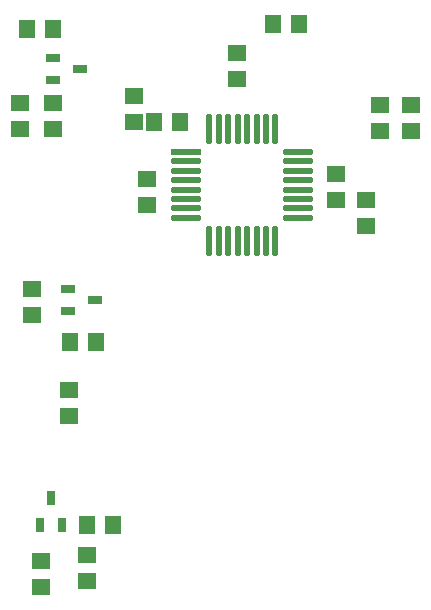
<source format=gtp>
G04 Layer_Color=8421504*
%FSLAX24Y24*%
%MOIN*%
G70*
G01*
G75*
%ADD45R,0.0631X0.0552*%
%ADD46O,0.0217X0.1024*%
%ADD47O,0.1024X0.0217*%
%ADD48R,0.1024X0.0217*%
%ADD49R,0.0552X0.0631*%
%ADD50R,0.0276X0.0493*%
%ADD51R,0.0493X0.0276*%
D45*
X26550Y39416D02*
D03*
Y38550D02*
D03*
X28200Y29866D02*
D03*
Y29000D02*
D03*
X28800Y24366D02*
D03*
Y23500D02*
D03*
X38100Y35334D02*
D03*
Y36200D02*
D03*
X37100Y36184D02*
D03*
Y37050D02*
D03*
X30350Y39666D02*
D03*
Y38800D02*
D03*
X33800Y40234D02*
D03*
Y41100D02*
D03*
X39600Y39366D02*
D03*
Y38500D02*
D03*
X30800Y36900D02*
D03*
Y36034D02*
D03*
X38550Y39366D02*
D03*
Y38500D02*
D03*
X27650Y39416D02*
D03*
Y38550D02*
D03*
X26950Y33224D02*
D03*
Y32358D02*
D03*
X27250Y24150D02*
D03*
Y23284D02*
D03*
D46*
X32868Y38568D02*
D03*
X33183D02*
D03*
X33498D02*
D03*
X33813D02*
D03*
X34128D02*
D03*
X34443D02*
D03*
X34757D02*
D03*
X35072D02*
D03*
Y34828D02*
D03*
X34757D02*
D03*
X34443D02*
D03*
X34128D02*
D03*
X33813D02*
D03*
X33498D02*
D03*
X33183D02*
D03*
X32868D02*
D03*
D47*
X35840Y37800D02*
D03*
Y37485D02*
D03*
Y37170D02*
D03*
Y36855D02*
D03*
Y36540D02*
D03*
Y36225D02*
D03*
Y35910D02*
D03*
Y35595D02*
D03*
X32100D02*
D03*
Y35910D02*
D03*
Y36225D02*
D03*
Y36540D02*
D03*
Y36855D02*
D03*
Y37170D02*
D03*
Y37485D02*
D03*
D48*
Y37800D02*
D03*
D49*
X31034Y38800D02*
D03*
X31900D02*
D03*
X28234Y31450D02*
D03*
X29100D02*
D03*
X28784Y25350D02*
D03*
X29650D02*
D03*
X35850Y42050D02*
D03*
X34984D02*
D03*
X27650Y41900D02*
D03*
X26784D02*
D03*
D50*
X27226Y25357D02*
D03*
X27974D02*
D03*
X27600Y26243D02*
D03*
D51*
X27657Y40924D02*
D03*
Y40176D02*
D03*
X28543Y40550D02*
D03*
X28157Y33224D02*
D03*
Y32476D02*
D03*
X29043Y32850D02*
D03*
M02*

</source>
